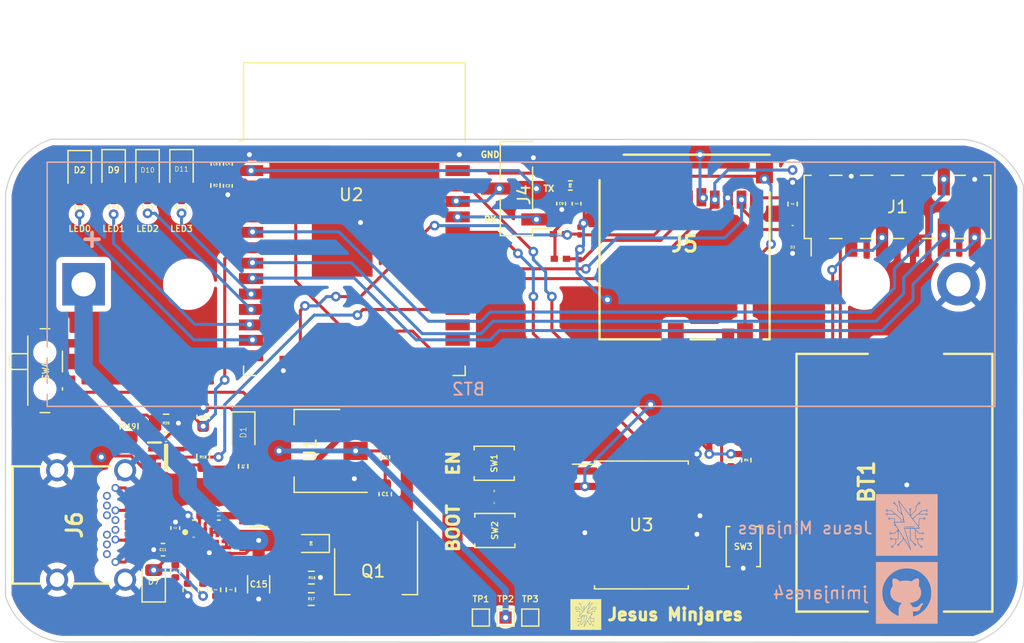
<source format=kicad_pcb>
(kicad_pcb (version 20211014) (generator pcbnew)
  (layers (0 "F.Cu" signal) (31 "B.Cu" signal) (34 "B.Paste" user) (35 "F.Paste" user) (36 "B.SilkS" user "B.Silkscreen") (37 "F.SilkS" user "F.Silkscreen") (38 "B.Mask" user) (39 "F.Mask" user) (44 "Edge.Cuts" user))
  (net 0 "")
  (net 1 "GND")
  (net 4 "VBUS")
  (net 19 "Net-(C2-Pad1)")
  (net 20 "+BATT")
  (net 21 "/SD_CS")
  (net 22 "/SD_MOSI")
  (net 23 "/SD_CLK")
  (net 24 "/SD_MISO")
  (net 25 "/BAT_ADC")
  (net 26 "Net-(Q2-Pad2)")
  (net 27 "Net-(Q2-Pad6)")
  (net 28 "Net-(Q1-Pad2)")
  (net 29 "Net-(IC1-Pad7)")
  (net 30 "/REGN")
  (net 31 "Net-(IC1-Pad4)")
  (net 32 "Net-(D7-Pad1)")
  (net 33 "Net-(IC1-Pad3)")
  (net 34 "VCC")
  (net 35 "Net-(J5-PadP8)")
  (net 36 "Net-(J5-PadP1)")
  (net 37 "Net-(IC1-Pad9)")
  (net 38 "/LED_1")
  (net 39 "Net-(D9-Pad2)")
  (net 40 "/LED_2")
  (net 41 "Net-(D10-Pad2)")
  (net 42 "/LED_3")
  (net 43 "Net-(D11-Pad2)")
  (net 44 "/SCL")
  (net 45 "/SDA")
  (net 46 "/LED_0")
  (net 47 "Net-(D2-Pad2)")
  (net 48 "/EN")
  (net 49 "Net-(D1-Pad2)")
  (net 52 "/A2")
  (net 53 "/A0")
  (net 54 "/A1")
  (net 63 "/IO0")
  (net 66 "/BAT_ADC_EN")
  (net 69 "/RX")
  (net 70 "/TX")
  (net 71 "Net-(D8-Pad1)")
  (net 74 "Net-(SW3-Pad2)")
  (net 75 "Net-(BT1-Pad1)")
  (net 76 "Net-(J5-PadMP1)")
  (net 77 "/BAT")
  (net 78 "Net-(C14-Pad1)")
  (net 79 "Net-(C14-Pad2)")
  (net 80 "Net-(C13-Pad1)")
  (net 81 "Net-(C7-Pad1)")
  (net 82 "Net-(C6-Pad1)")
  (footprint "Resistor_SMD:R_0603_1608Metric" (layer "F.Cu") (at 134.62 82.55 90)
    (fp_text reference "R18")
    (fp_text value "100k")
  )
  (footprint "TVS Diode:TPD1E10B06DPYR" (layer "F.Cu") (at 183.134 65.278 90)
    (fp_text reference "D3")
    (fp_text value "D_TVS" hide)
  )
  (footprint "Capacitor_SMD:C_0603_1608Metric" (layer "F.Cu") (at 134.62 79.248 90)
    (fp_text reference "C16")
    (fp_text value "10u")
  )
  (footprint "Resistor_SMD:R_0402_1005Metric" (layer "F.Cu") (at 137.922 83.31 90)
    (fp_text reference "R1")
    (fp_text value "330")
  )
  (footprint "Package_TO_SOT_SMD:SOT-223-3_TabPin2" (layer "F.Cu") (at 144.018 82.042 180)
    (fp_text reference "U1")
    (fp_text value "AMS1117-3.3")
  )
  (footprint "Resistor_SMD:R_0201_0603Metric" (layer "F.Cu") (at 183.134 63.5 -90)
    (fp_text reference "R6")
    (fp_text value "10k")
  )
  (footprint "TVS Diode:TPD1E10B06DPYR" (layer "F.Cu") (at 164.022 66.228)
    (fp_text reference "D5")
    (fp_text value "D_TVS" hide)
  )
  (footprint "Capacitor_SMD:C_0201_0603Metric" (layer "F.Cu") (at 158.574 85.344 180)
    (fp_text reference "C6")
    (fp_text value "0.1u")
  )
  (footprint "Button_Switch_SMD:SW_SPDT_PCM12" (layer "F.Cu") (at 121.92 75.438 -90)
    (fp_text reference "SW4")
    (fp_text value "SW_SPDT")
  )
  (footprint "LED_SMD:LED_0805_2012Metric" (layer "F.Cu") (at 130.048 58.928 -90)
    (fp_text reference "D10")
    (fp_text value "LED")
  )
  (footprint "Resistor_SMD:R_0402_1005Metric" (layer "F.Cu") (at 127.254 61.976 90)
    (fp_text reference "R21")
    (fp_text value "330")
  )
  (footprint "Resistor_SMD:R_0402_1005Metric" (layer "F.Cu") (at 132.33 91.948 90)
    (fp_text reference "R11")
    (fp_text value "1k")
  )
  (footprint "TestPoint:TestPoint_Pad_1.0x1.0mm" (layer "F.Cu") (at 157.48 95.758 90)
    (fp_text reference "TP1")
    (fp_text value "TP_Vbat")
  )
  (footprint "jminjares4  logo:jminjares4_small" (layer "F.Cu") (at 166.116 95.504)
    (fp_text reference "G***")
    (fp_text value "LOGO" hide)
  )
  (footprint "Connector_PinHeader_2.54mm:PinHeader_2x06_P2.54mm_Vertical_SMD" (layer "F.Cu") (at 191.77 61.961 90)
    (fp_text reference "J1")
    (fp_text value "Conn_01x12_Male")
  )
  (footprint "Button_Switch_SMD:SW_SPST_B3U-1000P" (layer "F.Cu") (at 158.629 88.591)
    (fp_text reference "SW2")
    (fp_text value "SW_Push")
  )
  (footprint "TVS Diode:TPD1E10B06DPYR" (layer "F.Cu") (at 183.134 59.374 90)
    (fp_text reference "D4")
    (fp_text value "D_TVS" hide)
  )
  (footprint "Resistor_SMD:R_0402_1005Metric" (layer "F.Cu") (at 133.346 93.474 -90)
    (fp_text reference "R12")
    (fp_text value "23.2k")
  )
  (footprint "Capacitor_SMD:C_0402_1005Metric" (layer "F.Cu") (at 164.084 61.694 -90)
    (fp_text reference "C9")
    (fp_text value "10u")
  )
  (footprint "Resistor_SMD:R_0402_1005Metric" (layer "F.Cu") (at 179.324 82.804 90)
    (fp_text reference "R4")
    (fp_text value "10k")
  )
  (footprint "Resistor_SMD:R_0402_1005Metric" (layer "F.Cu") (at 135.6815 93.472 -90)
    (fp_text reference "R13")
    (fp_text value "10k")
  )
  (footprint "USB-Type-C:USB405530A" (layer "F.Cu") (at 123.952 88.138 -90)
    (fp_text reference "J6")
    (fp_text value "USB4055-30-A" hide)
  )
  (footprint "Capacitor_SMD:C_0402_1005Metric" (layer "F.Cu") (at 175.796 82.296 180)
    (fp_text reference "C8")
    (fp_text value "1u")
  )
  (footprint "TestPoint:TestPoint_Pad_1.0x1.0mm" (layer "F.Cu") (at 159.512 95.758 90)
    (fp_text reference "TP2")
    (fp_text value "TP3_3V")
  )
  (footprint "Capacitor_SMD:C_0402_1005Metric" (layer "F.Cu") (at 135.636 58.42 90)
    (fp_text reference "C5")
    (fp_text value "0.1u")
  )
  (footprint "Resistor_SMD:R_0201_0603Metric" (layer "F.Cu") (at 165.608 65.974 -90)
    (fp_text reference "R7")
    (fp_text value "10k")
  )
  (footprint "Resistor_SMD:R_0402_1005Metric" (layer "F.Cu") (at 132.842 61.976 90)
    (fp_text reference "R23")
    (fp_text value "330")
  )
  (footprint "Micro-SD Card:MEM20510019500A" (layer "F.Cu") (at 174.244 65.024 180)
    (fp_text reference "J5")
    (fp_text value "MEM2051-00-195-00-A" hide)
  )
  (footprint "Resistor_SMD:R_0402_1005Metric" (layer "F.Cu") (at 164.846 60.198)
    (fp_text reference "R8")
    (fp_text value "10k")
  )
  (footprint "Resistor_SMD:R_0402_1005Metric" (layer "F.Cu") (at 136.902 93.472 -90)
    (fp_text reference "R15")
    (fp_text value "51k")
  )
  (footprint "CR2032 Battery Holder:3034" (layer "F.Cu") (at 192.456 84.6625 90)
    (fp_text reference "BT1")
    (fp_text value "Battery_Cell" hide)
  )
  (footprint "Capacitor_SMD:C_0603_1608Metric" (layer "F.Cu") (at 131.314 90.17)
    (fp_text reference "C11")
    (fp_text value "2.2u")
  )
  (footprint "Button_Switch_SMD:SW_SPST_B3U-1000P" (layer "F.Cu") (at 179.07 89.916 90)
    (fp_text reference "SW3")
    (fp_text value "SW_Push")
  )
  (footprint "RF_Module:ESP32-WROOM-32" (layer "F.Cu") (at 147.066 65.956)
    (fp_text reference "U2")
    (fp_text value "ESP32-WROOM-32")
  )
  (footprint "Capacitor_SMD:C_0402_1005Metric" (layer "F.Cu") (at 149.606 82.55 -90)
    (fp_text reference "C2")
    (fp_text value "22u")
  )
  (footprint "Resistor_SMD:R_0402_1005Metric" (layer "F.Cu") (at 124.46 62.0565 90)
    (fp_text reference "R3")
    (fp_text value "330")
  )
  (footprint "NTJD1155LT2G:SOT65P210X110-6N" (layer "F.Cu") (at 131.572 82.55)
    (fp_text reference "Q2")
    (fp_text value "NTJD1155LT2G" hide)
  )
  (footprint "Capacitor_SMD:C_0402_1005Metric" (layer "F.Cu") (at 136.652 58.42 90)
    (fp_text reference "C4")
    (fp_text value "22u")
  )
  (footprint "Capacitor_SMD:C_0201_0603Metric" (layer "F.Cu") (at 158.587 86.305)
    (fp_text reference "C7")
    (fp_text value "0.1u")
  )
  (footprint "TVS Diode:TPD1E10B06DPYR" (layer "F.Cu") (at 163.947 64.196)
    (fp_text reference "D6")
    (fp_text value "D_TVS" hide)
  )
  (footprint "Resistor_SMD:R_0805_2012Metric" (layer "F.Cu") (at 131.572 79.756)
    (fp_text reference "R20")
    (fp_text value "10k")
  )
  (footprint "LED_SMD:LED_0805_2012Metric" (layer "F.Cu") (at 127.254 58.928 -90)
    (fp_text reference "D9")
    (fp_text value "LED")
  )
  (footprint "Package_TO_SOT_SMD:SOT-223-3_TabPin2" (layer "F.Cu") (at 148.85375 91.962 -90)
    (fp_text reference "Q1")
    (fp_text value "Q_PMOS_DGS")
  )
  (footprint "LED_SMD:LED_0805_2012Metric" (layer "F.Cu") (at 130.552 92.7885 90)
    (fp_text reference "D7")
    (fp_text value "LED")
  )
  (footprint "Resistor_SMD:R_0603_1608Metric" (layer "F.Cu") (at 143.52375 92.47)
    (fp_text reference "R16")
    (fp_text value "1k")
  )
  (footprint "Battery Charger:QFN50P300X300X80-17N-D" (layer "F.Cu") (at 135.04 90.233)
    (fp_text reference "IC1")
    (fp_text value "BQ25303JRTER" hide)
  )
  (footprint "LED_SMD:LED_0805_2012Metric" (layer "F.Cu") (at 124.46 59.0065 -90)
    (fp_text reference "D2")
    (fp_text value "LED")
  )
  (footprint "Resistor_SMD:R_0805_2012Metric" (layer "F.Cu") (at 128.524 80.01 90)
    (fp_text reference "R19")
    (fp_text value "100k")
  )
  (footprint "LED_SMD:LED_0805_2012Metric" (layer "F.Cu") (at 132.842 58.928 -90)
    (fp_text reference "D11")
    (fp_text value "LED")
  )
  (footprint "Capacitor_SMD:C_0402_1005Metric" (layer "F.Cu") (at 165.354 61.694 -90)
    (fp_text reference "C10")
    (fp_text value "0.1u")
  )
  (footprint "Resistor_SMD:R_0402_1005Metric" (layer "F.Cu") (at 130.048 61.976 90)
    (fp_text reference "R22")
    (fp_text value "330")
  )
  (footprint "Capacitor_SMD:C_1206_3216Metric" (layer "F.Cu") (at 139.188 93.015 -90)
    (fp_text reference "C15")
    (fp_text value "10u")
  )
  (footprint "Button_Switch_SMD:SW_SPST_B3U-1000P" (layer "F.Cu") (at 158.574 83.058 180)
    (fp_text reference "SW1")
    (fp_text value "SW_Push")
  )
  (footprint "Resistor_SMD:R_0402_1005Metric" (layer "F.Cu") (at 183.134 61.722 90)
    (fp_text reference "R10")
    (fp_text value "10k")
  )
  (footprint "Resistor_SMD:R_0402_1005Metric" (layer "F.Cu") (at 134.616 93.472 -90)
    (fp_text reference "R14")
    (fp_text value "10k")
  )
  (footprint "Resistor_SMD:R_0402_1005Metric" (layer "F.Cu") (at 178.054 82.804 -90)
    (fp_text reference "R5")
    (fp_text value "10k")
  )
  (footprint "Connector_PinHeader_2.54mm:PinHeader_1x03_P2.54mm_Vertical_SMD_Pin1Left" (layer "F.Cu") (at 160.405 60.452 180)
    (fp_text reference "J4")
    (fp_text value "Conn_01x03_Male")
  )
  (footprint "Diode_SMD:D_0603_1608Metric" (layer "F.Cu") (at 143.52375 89.662 180)
    (fp_text reference "D8")
    (fp_text value "D_Schottky")
  )
  (footprint "Capacitor_SMD:C_0402_1005Metric" (layer "F.Cu") (at 133.854 87.376 180)
    (fp_text reference "C13")
    (fp_text value "10u")
  )
  (footprint "1uH Inductor SMD:INDC3030X200N" (layer "F.Cu") (at 139.188 88.31 -90)
    (fp_text reference "L1")
    (fp_text value "1u" hide)
  )
  (footprint "LED_SMD:LED_0805_2012Metric" (layer "F.Cu") (at 137.922 80.518 -90)
    (fp_text reference "D1")
    (fp_text value "LED")
  )
  (footprint "TestPoint:TestPoint_Pad_1.0x1.0mm" (layer "F.Cu") (at 161.544 95.758 90)
    (fp_text reference "TP3")
    (fp_text value "TP_GND")
  )
  (footprint "Resistor_SMD:R_0603_1608Metric" (layer "F.Cu") (at 143.52375 94.234)
    (fp_text reference "R17")
    (fp_text value "10k")
  )
  (footprint "Package_SO:SOIC-16W_7.5x10.3mm_P1.27mm" (layer "F.Cu") (at 170.688 88.138)
    (fp_text reference "U3")
    (fp_text value "DS3231M")
  )
  (footprint "Capacitor_SMD:C_0402_1005Metric" (layer "F.Cu") (at 136.652 60.226 -90)
    (fp_text reference "C3")
    (fp_text value "0.1u")
  )
  (footprint "Capacitor_SMD:C_0603_1608Metric" (layer "F.Cu") (at 149.606 85.598 90)
    (fp_text reference "C1")
    (fp_text value "22u")
  )
  (footprint "Capacitor_SMD:C_0402_1005Metric" (layer "F.Cu") (at 132.33 88.392 -90)
    (fp_text reference "C12")
    (fp_text value "2.2u")
  )
  (footprint "Capacitor_SMD:C_0402_1005Metric" (layer "F.Cu") (at 135.914 87.376)
    (fp_text reference "C14")
    (fp_text value "47n")
  )
  (footprint "Resistor_SMD:R_0201_0603Metric" (layer "F.Cu") (at 165.608 63.942 -90)
    (fp_text reference "R9")
    (fp_text value "10k")
  )
  (footprint "Resistor_SMD:R_0402_1005Metric" (layer "F.Cu") (at 135.636 60.198 90)
    (fp_text reference "R2")
    (fp_text value "10k")
  )
  (footprint "Battery:BatteryHolder_MPD_BH-18650-PC2" (layer "B.Cu") (at 124.782 68.326)
    (fp_text reference "BT2")
    (fp_text value "Battery")
  )
  (footprint "Github:github_small" (layer "B.Cu") (at 192.532 93.726 180)
    (fp_text reference "G***")
    (fp_text value "LOGO" hide)
  )
  (footprint "jminjares4  logo:jminjares4_tiny" (layer "B.Cu") (at 192.532 88.138 180)
    (fp_text reference "G***")
    (fp_text value "LOGO" hide)
  )
  (gr_arc (start 202.154087 92.794963) (mid 200.860981 95.8836) (end 198.108266 97.79) (layer "Edge.Cuts") (width 0.1))
  (gr_line (start 197.322963 56.416016) (end 122.140692 56.388) (layer "Edge.Cuts") (width 0.1))
  (gr_line (start 198.108266 97.79) (end 122.925995 97.761984) (layer "Edge.Cuts") (width 0.1))
  (gr_line (start 118.354163 93.98) (end 118.358708 60.959832) (layer "Edge.Cuts") (width 0.1))
  (gr_arc (start 197.322963 56.416016) (mid 200.252699 57.637531) (end 202.128718 60.198) (layer "Edge.Cuts") (width 0.1))
  (gr_line (start 202.154087 92.794963) (end 202.128718 60.198) (layer "Edge.Cuts") (width 0.1))
  (gr_arc (start 122.925995 97.761984) (mid 120.076881 96.551811) (end 118.354163 93.98) (layer "Edge.Cuts") (width 0.1))
  (gr_arc (start 118.358708 60.959832) (mid 119.568881 58.110718) (end 122.140692 56.388) (layer "Edge.Cuts") (width 0.1))
  (gr_text "Jesus Minjares" (at 184.15 88.392) (layer "B.SilkS") (effects (font (size 1 1)) (justify mirror)))
  (gr_text "jminjares4" (at 185.42 93.726) (layer "B.SilkS") (effects (font (size 1 1)) (justify mirror)))
  (gr_text "+" (at 125.476 64.516) (layer "B.SilkS") (effects (font (size 1.5 1.5) (thickness 0.3))))
  (gr_text "EN\n" (at 155.194 83.058 90) (layer "F.SilkS") (effects (font (size 1 1) (thickness 0.25))))
  (gr_text "LED3" (at 132.842 63.754) (layer "F.SilkS") (effects (font (size 0.5 0.5) (thickness 0.1))))
  (gr_text "Jesus Minjares" (at 173.482 95.504) (layer "F.SilkS") (effects (font (size 1 1) (thickness 0.25))))
  (gr_text "BOOT" (at 155.194 88.392 90) (layer "F.SilkS") (effects (font (size 1 1) (thickness 0.25))))
  (gr_text "RX" (at 158.242 62.992) (layer "F.SilkS") (effects (font (size 0.5 0.5) (thickness 0.125))))
  (gr_text "LED1" (at 127.254 63.754) (layer "F.SilkS") (effects (font (size 0.5 0.5) (thickness 0.1))))
  (gr_text "LED0" (at 124.46 63.754) (layer "F.SilkS") (effects (font (size 0.5 0.5) (thickness 0.1))))
  (gr_text "LED2\n" (at 130.048 63.754) (layer "F.SilkS") (effects (font (size 0.5 0.5) (thickness 0.1))))
  (gr_text "TX" (at 163.068 60.452) (layer "F.SilkS") (effects (font (size 0.5 0.5) (thickness 0.125))))
  (gr_text "GND" (at 158.242 57.658) (layer "F.SilkS") (effects (font (size 0.5 0.5) (thickness 0.125))))
  (segment (start 127.402 85.088) (end 128.212 85.088) (width 0.25) (layer "F.Cu") (net 1))
  (segment (start 132.346 87.896) (end 132.33 87.912) (width 0.25) (layer "F.Cu") (net 1))
  (segment (start 134.79 90.762) (end 135.128 90.424) (width 0.25) (layer "F.Cu") (net 1))
  (segment (start 132.7635 58.069) (end 132.842 57.9905) (width 0.25) (layer "F.Cu") (net 1))
  (segment (start 135.6815 93.982) (end 138.68 93.982) (width 0.25) (layer "F.Cu") (net 1))
  (segment (start 132.866 87.376) (end 132.346 87.896) (width 0.25) (layer "F.Cu") (net 1))
  (segment (start 136.652 57.744) (end 136.695 57.701) (width 0.25) (layer "F.Cu") (net 1))
  (segment (start 166.038 92.583) (end 166.038 88.773) (width 0.25) (layer "F.Cu") (net 1))
  (segment (start 133.374 87.376) (end 132.866 87.376) (width 0.25) (layer "F.Cu") (net 1))
  (segment (start 124.46 58.069) (end 132.7635 58.069) (width 0.25) (layer "F.Cu") (net 1))
  (segment (start 136.652 57.94) (end 136.652 57.744) (width 0.25) (layer "F.Cu") (net 1))
  (segment (start 132.32307 87.912) (end 132.33 87.912) (width 0.25) (layer "F.Cu") (net 1))
  (segment (start 132.4845 80.0375) (end 132.4845 79.756) (width 0.25) (layer "F.Cu") (net 1))
  (segment (start 163.576 66.174) (end 163.576 63.903022) (width 0.25) (layer "F.Cu") (net 1))
  (segment (start 138.566 57.701) (end 136.695 57.701) (width 0.25) (layer "F.Cu") (net 1))
  (segment (start 147.066 84.328) (end 149.111 84.328) (width 0.25) (layer "F.Cu") (net 1))
  (segment (start 135.29 89.983) (end 135.04 90.233) (width 0.25) (layer "F.Cu") (net 1))
  (segment (start 136.695 57.701) (end 135.875 57.701) (width 0.25) (layer "F.Cu") (net 1))
  (segment (start 135.875 57.701) (end 135.636 57.94) (width 0.25) (layer "F.Cu") (net 1))
  (segment (start 164.084 62.23) (end 164.14 62.174) (width 0.25) (layer "F.Cu") (net 1))
  (segment (start 130.622 81.9) (end 132.4845 80.0375) (width 0.25) (layer "F.Cu") (net 1))
  (segment (start 149.111 84.328) (end 149.606 84.823) (width 0.25) (layer "F.Cu") (net 1))
  (segment (start 163.522 66.228) (end 163.576 66.174) (width 0.25) (layer "F.Cu") (net 1))
  (segment (start 164.14 62.174) (end 165.354 62.174) (width 0.25) (layer "F.Cu") (net 1))
  (segment (start 132.8925 57.94) (end 132.842 57.9905) (width 0.25) (layer "F.Cu") (net 1))
  (segment (start 138.68 93.982) (end 139.188 94.49) (width 0.25) (layer "F.Cu") (net 1))
  (segment (start 136.54 89.983) (end 135.29 89.983) (width 0.25) (layer "F.Cu") (net 1))
  (segment (start 134.62 78.473) (end 134.633 78.473) (width 0.25) (layer "F.Cu") (net 1))
  (segment (start 128.212 91.188) (end 128.512 90.888) (width 0.25) (layer "F.Cu") (net 1))
  (segment (start 149.606 83.03) (end 149.606 84.823) (width 0.25) (layer "F.Cu") (net 1))
  (segment (start 161.544 95.758) (end 162.863 95.758) (width 0.25) (layer "F.Cu") (net 1))
  (segment (start 127.402 91.188) (end 128.212 91.188) (width 0.25) (layer "F.Cu") (net 1))
  (segment (start 134.633 78.473) (end 136.8145 78.473) (width 0.25) (layer "F.Cu") (net 1))
  (segment (start 164.084 63.395022) (end 164.084 62.23) (width 0.25) (layer "F.Cu") (net 1))
  (segment (start 136.8145 78.473) (end 137.922 79.5805) (width 0.25) (layer "F.Cu") (net 1))
  (segment (start 128.212 85.088) (end 128.512 85.388) (width 0.25) (layer "F.Cu") (net 1))
  (segment (start 136.54 89.483) (end 136.54 89.983) (width 0.25) (layer "F.Cu") (net 1))
  (segment (start 163.576 63.903022) (end 164.084 63.395022) (width 0.25) (layer "F.Cu") (net 1))
  (segment (start 128.071 92.638) (end 130.539 90.17) (width 0.25) (layer "F.Cu") (net 1))
  (segment (start 162.863 95.758) (end 166.038 92.583) (width 0.25) (layer "F.Cu") (net 1))
  (segment (start 134.79 91.733) (end 134.79 90.762) (width 0.25) (layer "F.Cu") (net 1))
  (segment (start 135.636 57.94) (end 132.8925 57.94) (width 0.25) (layer "F.Cu") (net 1))
  (segment (start 164.084 62.174) (end 164.14 62.174) (width 0.25) (layer "F.Cu") (net 1))
  (segment (start 175.338 92.583) (end 175.338 88.773) (width 0.25) (layer "F.Cu") (net 1))
  (via (at 133.374 87.376) (size 0.8) (drill 0.4) (layers "F.Cu" "B.Cu") (net 1))
  (via (at 177.8 61.214) (size 0.8) (drill 0.4) (layers "F.Cu" "B.Cu") (net 1))
  (via (at 183.134 65.786) (size 0.8) (drill 0.4) (layers "F.Cu" "B.Cu") (net 1))
  (via (at 132.346 87.896) (size 0.8) (drill 0.4) (layers "F.Cu" "B.Cu") (net 1))
  (via (at 141.224 75.438) (size 0.8) (drill 0.4) (layers "F.Cu" "B.Cu") (net 1))
  (via (at 198.12 59.69) (size 0.8) (drill 0.4) (layers "F.Cu" "B.Cu") (net 1))
  (via (at 136.652 60.96) (size 0.8) (drill 0.4) (layers "F.Cu" "B.Cu") (net 1))
  (via (at 187.96 59.436) (size 0.8) (drill 0.4) (layers "F.Cu" "B.Cu") (net 1))
  (via (at 135.128 90.424) (size 0.8) (drill 0.4) (layers "F.Cu" "B.Cu") (net 1))
  (via (at 147.066 84.328) (size 0.8) (drill 0.4) (layers "F.Cu" "B.Cu") (net 1))
  (via (at 130.556 90.17) (size 0.8) (drill 0.4) (layers "F.Cu" "B.Cu") (net 1))
  (via (at 132.588 79.756) (size 0.8) (drill 0.4) (layers "F.Cu" "B.Cu") (net 1))
  (via (at 175.26 82.296) (size 0.8) (drill 0.4) (layers "F.Cu" "B.Cu") (net 1))
  (via (at 175.514 87.376) (size 0.8) (drill 0.4) (layers "F.Cu" "B.Cu") (net 1))
  (via (at 192.532 84.836) (size 0.8) (drill 0.4) (layers "F.Cu" "B.Cu") (net 1))
  (via (at 134.633 78.473) (size 0.8) (drill 0.4) (layers "F.Cu" "B.Cu") (net 1))
  (via (at 175.26 88.9) (size 0.8) (drill 0.4) (layers "F.Cu" "B.Cu") (net 1))
  (via (at 183.134 59.944) (size 0.8) (drill 0.4) (layers "F.Cu" "B.Cu") (net 1))
  (via (at 147.574 63.246) (size 0.8) (drill 0.4) (layers "F.Cu" "B.Cu") (net 1))
  (via (at 139.192 94.234) (size 0.8) (drill 0.4) (layers "F.Cu" "B.Cu") (net 1))
  (via (at 155.702 57.658) (size 0.8) (drill 0.4) (layers "F.Cu" "B.Cu") (net 1))
  (via (at 161.798 57.912) (size 0.8) (drill 0.4) (layers "F.Cu" "B.Cu") (net 1))
  (via (at 144.272 92.456) (size 0.8) (drill 0.4) (layers "F.Cu" "B.Cu") (net 1))
  (via (at 164.14 62.174) (size 0.8) (drill 0.4) (layers "F.Cu" "B.Cu") (net 1))
  (via (at 138.43 57.658) (size 0.8) (drill 0.4) (layers "F.Cu" "B.Cu") (net 1))
  (via (at 133.35 93.98) (size 0.8) (drill 0.4) (layers "F.Cu" "B.Cu") (net 1))
  (via (at 179.07 91.694) (size 0.8) (drill 0.4) (layers "F.Cu" "B.Cu") (net 1))
  (via (at 166.038 88.773) (size 0.8) (drill 0.4) (layers "F.Cu" "B.Cu") (net 1))
  (segment (start 161.544 57.658) (end 161.798 57.912) (width 0.25) (layer "B.Cu") (net 1))
  (segment (start 175.26 82.296) (end 173.482 84.074) (width 0.25) (layer "B.Cu") (net 1))
  (segment (start 173.99 87.376) (end 175.514 87.376) (width 0.25) (layer "B.Cu") (net 1))
  (segment (start 136.652 59.648193) (end 138.43 57.870193) (width 0.25) (layer "B.Cu") (net 1))
  (segment (start 138.43 57.870193) (end 138.43 57.658) (width 0.25) (layer "B.Cu") (net 1))
  (segment (start 132.346 87.896) (end 130.556 89.686) (width 0.25) (layer "B.Cu") (net 1))
  (segment (start 130.556 89.686) (end 130.556 90.17) (width 0.25) (layer "B.Cu") (net 1))
  (segment (start 155.702 57.658) (end 161.544 57.658) (width 0.25) (layer "B.Cu") (net 1))
  (segment (start 173.482 84.074) (end 173.482 86.868) (width 0.25) (layer "B.Cu") (net 1))
  (segment (start 173.482 86.868) (end 173.99 87.376) (width 0.25) (layer "B.Cu") (net 1))
  (segment (start 136.652 60.96) (end 136.652 59.648193) (width 0.25) (layer "B.Cu") (net 1))
  (segment (start 129.794 83.562191) (end 129.794 86.336) (width 0.25) (layer "F.Cu") (net 4))
  (segment (start 131.814 89.388) (end 132.33 88.872) (width 0.25) (layer "F.Cu") (net 4))
  (segment (start 132.929 88.872) (end 133.54 89.483) (width 0.25) (layer "F.Cu") (net 4))
  (segment (start 129.794 86.336) (end 130.346 86.888) (width 0.25) (layer "F.Cu") (net 4))
  (segment (start 128.512 86.888) (end 130.346 86.888) (width 0.25) (layer "F.Cu") (net 4))
  (segment (start 126.238 82.55) (end 126.492 82.55) (width 0.25) (layer "F.Cu") (net 4))
  (segment (start 127.402 86.938) (end 128.462 86.938) (width 0.25) (layer "F.Cu") (net 4))
  (segment (start 129.384011 83.148394) (end 129.384011 83.152202) (width 0.25) (layer "F.Cu") (net 4))
  (segment (start 126.492 82.55) (end 126.586011 82.455989) (width 0.25) (layer "F.Cu") (net 4))
  (segment (start 128.512 89.388) (end 127.452 89.388) (width 0.25) (layer "F.Cu") (net 4))
  (segment (start 128.691606 82.455989) (end 129.384011 83.148394) (width 0.25) (layer "F.Cu") (net 4))
  (segment (start 129.384011 83.152202) (end 129.794 83.562191) (width 0.25) (layer "F.Cu") (net 4))
  (segment (start 126.586011 82.455989) (end 128.691606 82.455989) (width 0.25) (layer "F.Cu") (net 4))
  (segment (start 128.462 86.938) (end 128.512 86.888) (width 0.25) (layer "F.Cu") (net 4))
  (segment (start 130.346 86.888) (end 132.33 88.872) (width 0.25) (layer "F.Cu") (net 4))
  (segment (start 127.452 89.388) (end 127.402 89.338) (width 0.25) (layer "F.Cu") (net 4))
  (segment (start 128.512 89.388) (end 131.814 89.388) (width 0.25) (layer "F.Cu") (net 4))
  (segment (start 132.33 88.872) (end 132.929 88.872) (width 0.25) (layer "F.Cu") (net 4))
  (segment (start 142.69875 94.234) (end 142.69875 92.47) (width 0.25) (layer "F.Cu") (net 4))
  (via (at 126.238 82.55) (size 0.8) (drill 0.4) (layers "F.Cu" "B.Cu") (net 4))
  (segment (start 137.922 77.216) (end 140.868 80.162) (width 0.25) (layer "F.Cu") (net 19))
  (segment (start 124.378 77.216) (end 137.922 77.216) (width 0.25) (layer "F.Cu") (net 19))
  (segment (start 123.35 76.188) (end 124.378 77.216) (width 0.25) (layer "F.Cu") (net 19))
  (segment (start 149.578 82.042) (end 149.606 82.07) (width 0.25) (layer "F.Cu") (net 19))
  (segment (start 147.168 82.042) (end 149.578 82.042) (width 0.25) (layer "F.Cu") (net 19))
  (segment (start 140.868 80.162) (end 140.868 82.042) (width 0.25) (layer "F.Cu") (net 19))
  (via (at 159.512 95.758) (size 0.8) (drill 0.4) (layers "F.Cu" "B.Cu") (net 19))
  (via (at 140.868 82.042) (size 0.8) (drill 0.4) (layers "F.Cu" "B.Cu") (net 19))
  (via (at 147.168 82.042) (size 0.8) (drill 0.4) (layers "F.Cu" "B.Cu") (net 19))
  (segment (start 148.082 82.042) (end 159.512 93.472) (width 0.5) (layer "B.Cu") (net 19))
  (segment (start 159.512 93.472) (end 159.512 95.758) (width 0.5) (layer "B.Cu") (net 19))
  (segment (start 147.168 82.042) (end 148.082 82.042) (width 0.5) (layer "B.Cu") (net 19))
  (segment (start 147.168 82.042) (end 140.868 82.042) (width 0.4) (layer "B.Cu") (net 19))
  (segment (start 137.477 83.375) (end 134.62 83.375) (width 0.25) (layer "F.Cu") (net 20))
  (segment (start 138.684 84.582) (end 137.922 83.82) (width 0.5) (layer "F.Cu") (net 20))
  (segment (start 155.194 95.758) (end 157.48 95.758) (width 1) (layer "F.Cu") (net 20))
  (segment (start 142.24 84.582) (end 147.08 79.742) (width 0.5) (layer "F.Cu") (net 20))
  (segment (start 132.522 83.2) (end 134.445 83.2) (width 0.25) (layer "F.Cu") (net 20))
  (segment (start 151.15375 91.71775) (end 155.194 95.758) (width 1) (layer "F.Cu") (net 20))
  (segment (start 151.384 88.58175) (end 151.15375 88.812) (width 1) (layer "F.Cu") (net 20))
  (segment (start 151.15375 88.812) (end 151.15375 91.71775) (width 1) (layer "F.Cu") (net 20))
  (segment (start 151.384 85.852) (end 151.384 88.58175) (width 1) (layer "F.Cu") (net 20))
  (segment (start 149.846 79.742) (end 151.384 81.28) (width 1) (layer "F.Cu") (net 20))
  (segment (start 138.684 84.582) (end 142.24 84.582) (width 0.5) (layer "F.Cu") (net 20))
  (segment (start 137.922 83.82) (end 137.477 83.375) (width 0.25) (layer "F.Cu") (net 20))
  (segment (start 149.606 86.373) (end 150.863 86.373) (width 1) (layer "F.Cu") (net 20))
  (segment (start 147.168 79.742) (end 149.846 79.742) (width 1) (layer "F.Cu") (net 20))
  (segment (start 134.445 83.2) (end 134.62 83.375) (width 0.25) (layer "F.Cu") (net 20))
  (segment (start 150.863 86.373) (end 151.384 85.852) (width 1) (layer "F.Cu") (net 20))
  (segment (start 151.384 81.28) (end 151.384 85.852) (width 1) (layer "F.Cu") (net 20))
  (segment (start 147.08 79.742) (end 147.168 79.742) (width 0.5) (layer "F.Cu") (net 20))
  (segment (start 165.542 64.196) (end 165.608 64.262) (width 0.25) (layer "F.Cu") (net 21))
  (segment (start 164.447 64.196) (end 165.542 64.196) (width 0.25) (layer "F.Cu") (net 21))
  (segment (start 165.608 64.262) (end 171.746 64.262) (width 0.25) (layer "F.Cu") (net 21))
  (segment (start 142.621 75.211) (end 142.621 70.485) (width 0.25) (layer "F.Cu") (net 21))
  (segment (start 173.429 62.579) (end 173.429 61.763) (width 0.25) (layer "F.Cu") (net 21))
  (segment (start 145.542 69.342) (end 147.574022 69.342) (width 0.25) (layer "F.Cu") (net 21))
  (segment (start 153.416022 63.5) (end 153.67 63.5) (width 0.25) (layer "F.Cu") (net 21))
  (segment (start 171.746 64.262) (end 173.429 62.579) (width 0.25) (layer "F.Cu") (net 21))
  (segment (start 147.574022 69.342) (end 153.416022 63.5) (width 0.25) (layer "F.Cu") (net 21))
  (segment (start 142.621 70.485) (end 143.002 70.104) (width 0.25) (layer "F.Cu") (net 21))
  (via (at 145.542 69.342) (size 0.8) (drill 0.4) (layers "F.Cu" "B.Cu") (net 21))
  (via (at 164.592 64.262) (size 0.8) (drill 0.4) (layers "F.Cu" "B.Cu") (net 21))
  (via (at 143.002 70.104) (size 0.8) (drill 0.4) (layers "F.Cu" "B.Cu") (net 21))
  (via (at 153.67 63.5) (size 0.8) (drill 0.4) (layers "F.Cu" "B.Cu") (net 21))
  (segment (start 144.018 70.104) (end 144.78 69.342) (width 0.25) (layer "B.Cu") (net 21))
  (segment (start 159.512 63.5) (end 160.274 64.262) (width 0.25) (layer "B.Cu") (net 21))
  (segment (start 143.002 70.104) (end 144.018 70.104) (width 0.25) (layer "B.Cu") (net 21))
  (segment (start 144.78 69.342) (end 145.542 69.342) (width 0.25) (layer "B.Cu") (net 21))
  (segment (start 160.274 64.262) (end 164.338 64.262) (width 0.25) (layer "B.Cu") (net 21))
  (segment (start 164.338 64.262) (end 164.447 64.153) (width 0.25) (layer "B.Cu") (net 21))
  (segment (start 153.67 63.5) (end 159.512 63.5) (width 0.25) (layer "B.Cu") (net 21))
  (segment (start 158.173495 59.182) (end 166.116 59.182) (width 0.25) (layer "F.Cu") (net 22))
  (segment (start 174.529 61.245) (end 174.529 61.363) (width 0.25) (layer "F.Cu") (net 22))
  (segment (start 166.116 59.182) (end 166.624 59.69) (width 0.25) (layer "F.Cu") (net 22))
  (segment (start 166.624 59.69) (end 172.974 59.69) (width 0.25) (layer "F.Cu") (net 22))
  (segment (start 155.566 58.971) (end 157.962495 58.971) (width 0.25) (layer "F.Cu") (net 22))
  (segment (start 165.608 66.294) (end 165.862 66.294) (width 0.25) (layer "F.Cu") (net 22))
  (segment (start 165.542 66.228) (end 165.608 66.294) (width 0.25) (layer "F.Cu") (net 22))
  (segment (start 165.862 66.294) (end 167.44448 64.71152) (width 0.25) (layer "F.Cu") (net 22))
  (segment (start 172.279502 64.71152) (end 174.529 62.462022) (width 0.25) (layer "F.Cu") (net 22))
  (segment (start 172.974 59.69) (end 174.529 61.245) (width 0.25) (layer "F.Cu") (net 22))
  (segment (start 174.529 62.462022) (end 174.529 61.363) (width 0.25) (layer "F.Cu") (net 22))
  (segment (start 164.522 66.228) (end 165.542 66.228) (width 0.25) (layer "F.Cu") (net 22))
  (segment (start 157.962495 58.971) (end 158.173495 59.182) (width 0.25) (layer "F.Cu") (net 22))
  (segment (start 167.44448 64.71152) (end 172.279502 64.71152) (width 0.25) (layer "F.Cu") (net 22))
  (segment (start 176.729 61.762022) (end 170.630022 67.861) (width 0.25) (layer "F.Cu") (net 23))
  (segment (start 176.729 61.363) (end 176.729 61.762022) (width 0.25) (layer "F.Cu") (net 23))
  (segment (start 170.630022 67.861) (end 155.566 67.861) (width 0.25) (layer "F.Cu") (net 23))
  (via (at 176.729 61.363) (size 0.8) (drill 0.4) (layers "F.Cu" "B.Cu") (net 23))
  (via (at 183.134 58.928) (size 0.8) (drill 0.4) (layers "F.Cu" "B.Cu") (net 23))
  (segment (start 176.729 59.999) (end 176.729 61.363) (width 0.25) (layer "B.Cu") (net 23))
  (segment (start 183.134 58.928) (end 177.8 58.928) (width 0.25) (layer "B.Cu") (net 23))
  (segment (start 177.8 58.928) (end 176.729 59.999) (width 0.25) (layer "B.Cu") (net 23))
  (segment (start 155.566 66.591) (end 155.82352 66.84852) (width 0.25) (layer "F.Cu") (net 24))
  (segment (start 155.659 66.591) (end 156.816 66.591) (width 0.25) (layer "F.Cu") (net 24))
  (segment (start 183.134 63.82) (end 180.673489 63.82) (width 0.25) (layer "F.Cu") (net 24))
  (segment (start 183.134 64.778) (end 183.134 63.82) (width 0.25) (layer "F.Cu") (net 24))
  (segment (start 178.929 62.075511) (end 178.929 61.363) (width 0.25) (layer "F.Cu") (net 24))
  (segment (start 180.673489 63.82) (end 178.929 62.075511) (width 0.25) (layer "F.Cu") (net 24))
  (segment (start 156.816 66.591) (end 157.281 67.056) (width 0.25) (layer "F.Cu") (net 24))
  (segment (start 157.281 67.056) (end 166.116 67.056) (width 0.25) (layer "F.Cu") (net 24))
  (segment (start 155.566 66.591) (end 155.659 66.591) (width 0.25) (layer "F.Cu") (net 24))
  (via (at 166.116 67.056) (size 0.8) (drill 0.4) (layers "F.Cu" "B.Cu") (net 24))
  (via (at 178.929 61.363) (size 0.8) (drill 0.4) (layers "F.Cu" "B.Cu") (net 24))
  (segment (start 178.929 63.133) (end 178.929 61.363) (width 0.25) (layer "B.Cu") (net 24))
  (segment (start 166.116 67.056) (end 168.656 64.516) (width 0.25) (layer "B.Cu") (net 24))
  (segment (start 177.546 64.516) (end 178.929 63.133) (width 0.25) (layer "B.Cu") (net 24))
  (segment (start 168.656 64.516) (end 177.546 64.516) (width 0.25) (layer "B.Cu") (net 24))
  (segment (start 130.6595 79.6525) (end 130.6595 79.756) (width 0.25) (layer "F.Cu") (net 25))
  (segment (start 136.398 66.239) (end 136.398 76.2) (width 0.25) (layer "F.Cu") (net 25))
  (segment (start 131.58052 78.73148) (end 130.6595 79.6525) (width 0.25) (layer "F.Cu") (net 25))
  (segment (start 134.62 80.023) (end 133.32848 78.73148) (width 0.25) (layer "F.Cu") (net 25))
  (segment (start 133.32848 78.73148) (end 131.58052 78.73148) (width 0.25) (layer "F.Cu") (net 25))
  (segment (start 130.001 79.0975) (end 130.6595 79.756) (width 0.25) (layer "F.Cu") (net 25))
  (segment (start 138.566 65.321) (end 137.316 65.321) (width 0.25) (layer "F.Cu") (net 25))
  (segment (start 137.316 65.321) (end 136.398 66.239) (width 0.25) (layer "F.Cu") (net 25))
  (segment (start 128.524 79.0975) (end 130.001 79.0975) (width 0.25) (layer "F.Cu") (net 25))
  (via (at 134.62 80.01) (size 0.8) (drill 0.4) (layers "F.Cu" "B.Cu") (net 25))
  (via (at 136.398 76.2) (size 0.8) (drill 0.4) (layers "F.Cu" "B.Cu") (net 25))
  (segment (start 135.636 76.962) (end 135.636 78.994) (width 0.25) (layer "B.Cu") (net 25))
  (segment (start 136.398 76.2) (end 135.636 76.962) (width 0.25) (layer "B.Cu") (net 25))
  (segment (start 135.636 78.994) (end 134.62 80.01) (width 0.25) (layer "B.Cu") (net 25))
  (segment (start 128.524 80.9225) (end 128.524 81.227) (width 0.25) (layer "F.Cu") (net 26))
  (segment (start 130.622 83.2) (end 130.622 82.55) (width 0.25) (layer "F.Cu") (net 26))
  (segment (start 129.847 82.55) (end 130.622 82.55) (width 0.25) (layer "F.Cu") (net 26))
  (segment (start 128.524 81.227) (end 129.847 82.55) (width 0.25) (layer "F.Cu") (net 26))
  (segment (start 132.522 81.9) (end 134.445 81.9) (width 0.25) (layer "F.Cu") (net 27))
  (segment (start 134.445 81.9) (end 134.62 81.725) (width 0.25) (layer "F.Cu") (net 27))
  (segment (start 145.22675 95.112) (end 148.85375 95.112) (width 0.25) (layer "F.Cu") (net 28))
  (segment (start 144.34875 94.234) (end 145.22675 95.112) (width 0.25) (layer "F.Cu") (net 28))
  (segment (start 148.85375 88.812) (end 148.85375 95.112) (width 0.25) (layer "F.Cu") (net 28))
  (segment (start 135.6815 92.9395) (end 135.6815 92.962) (width 0.25) (layer "F.Cu") (net 29))
  (segment (start 135.6815 92.962) (end 134.616 92.962) (width 0.25) (layer "F.Cu") (net 29))
  (segment (start 135.29 92.548) (end 135.29 91.733) (width 0.25) (layer "F.Cu") (net 29))
  (segment (start 135.29 92.548) (end 135.6815 92.9395) (width 0.25) (layer "F.Cu") (net 29))
  (segment (start 132.089 90.17) (end 131.572 90.17) (width 0.25) (layer "F.Cu") (net 30))
  (segment (start 133.54 89.983) (end 132.276 89.983) (width 0.25) (layer "F.Cu") (net 30))
  (segment (start 132.276 89.983) (end 132.089 90.17) (width 0.25) (layer "F.Cu") (net 30))
  (segment (start 130.653 91.851) (end 130.552 91.851) (width 0.25) (layer "F.Cu") (net 30))
  (segment (start 134.616 93.982) (end 134.616 93.984) (width 0.25) (layer "F.Cu") (net 30))
  (segment (start 131.318 90.424) (end 131.318 91.186) (width 0.25) (layer "F.Cu") (net 30))
  (segment (start 131.572 90.17) (end 131.318 90.424) (width 0.25) (layer "F.Cu") (net 30))
  (segment (start 131.318 91.186) (end 130.653 91.851) (width 0.25) (layer "F.Cu") (net 30))
  (via (at 130.552 91.851) (size 0.8) (drill 0.4) (layers "F.Cu" "B.Cu") (net 30))
  (via (at 134.616 93.982) (size 0.8) (drill 0.4) (layers "F.Cu" "B.Cu") (net 30))
  (segment (start 134.616 93.982) (end 132.485 91.851) (width 0.25) (layer "B.Cu") (net 30))
  (segment (start 132.485 91.851) (end 130.552 91.851) (width 0.25) (layer "B.Cu") (net 30))
  (segment (start 133.346 92.964) (end 133.346 91.177) (width 0.25) (layer "F.Cu") (net 31))
  (segment (start 133.346 91.177) (end 133.54 90.983) (width 0.25) (layer "F.Cu") (net 31))
  (segment (start 132.33 92.714) (end 131.318 93.726) (width 0.25) (layer "F.Cu") (net 32))
  (segment (start 132.33 92.458) (end 132.33 92.714) (width 0.25) (layer "F.Cu") (net 32))
  (segment (start 131.318 93.726) (end 130.552 93.726) (width 0.25) (layer "F.Cu") (net 32))
  (segment (start 132.33 91.438) (end 132.33 91.181138) (width 0.25) (layer "F.Cu") (net 33))
  (segment (start 133.028138 90.483) (end 133.54 90.483) (width 0.25) (layer "F.Cu") (net 33))
  (segment (start 132.33 91.181138) (end 133.028138 90.483) (width 0.25) (layer "F.Cu") (net 33))
  (segment (start 193.294 60.965) (end 193.294 63.505) (width 0.25) (layer "F.Cu") (net 34))
  (segment (start 164.846 61.214) (end 164.084 61.214) (width 0.25) (layer "F.Cu") (net 34))
  (segment (start 178.052 82.296) (end 178.054 82.294) (width 0.25) (layer "F.Cu") (net 34))
  (segment (start 164.336 60.962) (end 164.084 61.214) (width 0.25) (layer "F.Cu") (net 34))
  (segment (start 165.36093 61.214) (end 165.98852 61.84159) (width 0.25) (layer "F.Cu") (net 34))
  (segment (start 178.054 82.294) (end 179.324 82.294) (width 0.25) (layer "F.Cu") (net 34))
  (segment (start 167.894 69.596) (end 167.894 74.676) (width 0.25) (layer "F.Cu") (net 34))
  (segment (start 183.134 63.18) (end 183.134 62.232) (width 0.25) (layer "F.Cu") (net 34))
  (segment (start 135.707 58.971) (end 138.566 58.971) (width 0.25) (layer "F.Cu") (net 34))
  (segment (start 165.923 63.307) (end 165.608 63.622) (width 0.25) (layer "F.Cu") (net 34))
  (segment (start 135.636 59.688) (end 135.636 58.9) (width 0.25) (layer "F.Cu") (net 34))
  (segment (start 184.407 63.505) (end 185.674 63.505) (width 0.25) (layer "F.Cu") (net 34))
  (segment (start 172.466 78.232) (end 171.45 78.232) (width 0.25) (layer "F.Cu") (net 34))
  (segment (start 183.134 62.232) (end 184.407 63.505) (width 0.25) (layer "F.Cu") (net 34))
  (segment (start 176.276 82.296) (end 176.276 82.042) (width 0.25) (layer "F.Cu") (net 34))
  (segment (start 165.98852 61.84159) (end 165.98852 63.24148) (width 0.25) (layer "F.Cu") (net 34))
  (segment (start 165.354 61.214) (end 164.846 61.214) (width 0.25) (layer "F.Cu") (net 34))
  (segment (start 164.336 60.198) (end 164.336 60.454) (width 0.25) (layer "F.Cu") (net 34))
  (segment (start 164.336 60.454) (end 164.336 60.962) (width 0.25) (layer "F.Cu") (net 34))
  (segment (start 176.276 82.042) (end 172.466 78.232) (width 0.25) (layer "F.Cu") (net 34))
  (segment (start 165.98852 63.24148) (end 165.923 63.307) (width 0.25) (layer "F.Cu") (net 34))
  (segment (start 135.636 58.9) (end 135.707 58.971) (width 0.25) (layer "F.Cu") (net 34))
  (segment (start 167.894 74.676) (end 171.45 78.232) (width 0.25) (layer "F.Cu") (net 34))
  (segment (start 165.354 61.214) (end 165.36093 61.214) (width 0.25) (layer "F.Cu") (net 34))
  (via (at 162.052 60.454) (size 0.8) (drill 0.4) (layers "F.Cu" "B.Cu") (net 34))
  (via (at 178.054 82.294) (size 0.8) (drill 0.4) (layers "F.Cu" "B.Cu") (net 34))
  (via (at 165.923 63.307) (size 0.8) (drill 0.4) (layers "F.Cu" "B.Cu") (net 34))
  (via (at 167.894 69.596) (size 0.8) (drill 0.4) (layers "F.Cu" "B.Cu") (net 34))
  (via (at 175.514 57.658) (size 0.8) (drill 0.4) (layers "F.Cu" "B.Cu") (net 34))
  (via (at 165.62476 65.4645) (size 0.8) (drill 0.4) (layers "F.Cu" "B.Cu") (net 34))
  (via (at 138.566 58.971) (size 0.8) (drill 0.4) (layers "F.Cu" "B.Cu") (net 34))
  (via (at 171.45 78.232) (size 0.8) (drill 0.4) (layers "F.Cu" "B.Cu") (net 34))
  (via (at 176.276 82.296) (size 0.8) (drill 0.4) (layers "F.Cu" "B.Cu") (net 34))
  (via (at 166.038 84.963) (size 0.8) (drill 0.4) (layers "F.Cu" "B.Cu") (net 34))
  (via (at 175.768 61.214) (size 0.8) (drill 0.4) (layers "F.Cu" "B.Cu") (net 34))
  (segment (start 178.054 82.294) (end 176.278 82.294) (width 0.25) (layer "B.Cu") (net 34))
  (segment (start 176.278 82.294) (end 176.276 82.296) (width 0.25) (layer "B.Cu") (net 34))
  (segment (start 162.052 60.454) (end 160.569 58.971) (width 0.25) (layer "B.Cu") (net 34))
  (segment (start 165.391489 65.697771) (end 165.391489 67.356103) (width 0.25) (layer "B.Cu") (net 34))
  (segment (start 165.62476 65.4645) (end 165.391489 65.697771) (width 0.25) (layer "B.Cu") (net 34))
  (segment (start 175.514 60.96) (end 175.514 57.658) (width 0.25) (layer "B.Cu") (net 34))
  (segment (start 171.45 78.232) (end 166.038 83.644) (width 0.25) (layer "B.Cu") (net 34))
  (segment (start 171.45 78.486) (end 171.45 78.232) (width 0.25) (layer "B.Cu") (net 34))
  (segment (start 160.569 58.971) (end 138.566 58.971) (width 0.25) (layer "B.Cu") (net 34))
  (segment (start 165.923 65.16626) (end 165.62476 65.4645) (width 0.25) (layer "B.Cu") (net 34))
  (segment (start 138.609 58.928) (end 138.566 58.971) (width 0.25) (layer "B.Cu") (net 34))
  (segment (start 165.923 63.307) (end 165.923 65.16626) (width 0.25) (layer "B.Cu") (net 34))
  (segment (start 165.391489 67.356103) (end 167.631386 69.596) (width 0.25) (layer "B.Cu") (net 34))
  (segment (start 167.631386 69.596) (end 167.894 69.596) (width 0.25) (layer "B.Cu") (net 34))
  (segment (start 166.038 83.644) (end 166.038 84.963) (width 0.25) (layer "B.Cu") (net 34))
  (segment (start 175.768 61.214) (end 175.514 60.96) (width 0.25) (layer "B.Cu") (net 34))
  (segment (start 180.029 61.271) (end 180.029 61.363) (width 0.25) (layer "F.Cu") (net 35))
  (segment (start 183.134 61.212) (end 180.088 61.212) (width 0.25) (layer "F.Cu") (net 35))
  (segment (start 180.088 61.212) (end 180.029 61.271) (width 0.25) (layer "F.Cu") (net 35))
  (segment (start 172.329 61.331) (end 172.329 61.363) (width 0.25) (layer "F.Cu") (net 36))
  (segment (start 165.356 60.198) (end 171.196 60.198) (width 0.25) (layer "F.Cu") (net 36))
  (segment (start 171.196 60.198) (end 172.329 61.331) (width 0.25) (layer "F.Cu") (net 36))
  (segment (start 136.54 92.6) (end 136.902 92.962) (width 0.25) (layer "F.Cu") (net 37))
  (segment (start 136.54 90.983) (end 136.54 92.6) (width 0.25) (layer "F.Cu") (net 37))
  (via (at 138.43 71.628) (size 0.8) (drill 0.4) (layers "F.Cu" "B.Cu") (net 38))
  (via (at 127.254 62.5665) (size 0.8) (drill 0.4) (layers "F.Cu" "B.Cu") (net 38))
  (segment (start 127.254 64.945395) (end 127.254 62.5665) (width 0.25) (layer "B.Cu") (net 38))
  (segment (start 133.936605 71.628) (end 127.254 64.945395) (width 0.25) (layer "B.Cu") (net 38))
  (segment (start 138.43 71.628) (end 133.936605 71.628) (width 0.25) (layer "B.Cu") (net 38))
  (segment (start 127.254 59.946) (end 127.254 61.5465) (width 0.25) (layer "F.Cu") (net 39))
  (segment (start 138.566 70.401) (end 137.736978 70.401) (width 0.25) (layer "F.Cu") (net 40))
  (via (at 130.048 62.486) (size 0.8) (drill 0.4) (layers "F.Cu" "B.Cu") (net 40))
  (via (at 138.566 70.401) (size 0.8) (drill 0.4) (layers "F.Cu" "B.Cu") (net 40))
  (segment (start 130.651 62.486) (end 130.048 62.486) (width 0.25) (layer "B.Cu") (net 40))
  (segment (start 138.566 70.401) (end 130.651 62.486) (width 0.25) (layer "B.Cu") (net 40))
  (segment (start 130.048 59.8655) (end 130.048 61.466) (width 0.25) (layer "F.Cu") (net 41))
  (segment (start 137.736978 69.131) (end 138.566 69.131) (width 0.25) (layer "F.Cu") (net 42))
  (via (at 138.566 69.131) (size 0.8) (drill 0.4) (layers "F.Cu" "B.Cu") (net 42))
  (via (at 132.842 62.486) (size 0.8) (drill 0.4) (layers "F.Cu" "B.Cu") (net 42))
  (segment (start 132.842 63.407) (end 132.842 62.486) (width 0.25) (layer "B.Cu") (net 42))
  (segment (start 138.566 69.131) (end 132.842 63.407) (width 0.25) (layer "B.Cu") (net 42))
  (segment (start 132.842 59.8655) (end 132.842 61.466) (width 0.25) (layer "F.Cu") (net 43))
  (segment (start 161.798 65.786) (end 161.798 65.643978) (width 0.25) (layer "F.Cu") (net 44))
  (segment (start 163.322 72.136) (end 174.879 83.693) (width 0.25) (layer "F.Cu") (net 44))
  (segment (start 155.566 60.241) (end 156.395022 60.241) (width 0.25) (layer "F.Cu") (net 44))
  (segment (start 180.086 80.01) (end 178.816 80.01) (width 0.25) (layer "F.Cu") (net 44))
  (segment (start 178.054 83.314) (end 177.544 83.314) (width 0.25) (layer "F.Cu") (net 44))
  (segment (start 174.879 83.693) (end 175.338 83.693) (width 0.25) (layer "F.Cu") (net 44))
  (segment (start 190.754 60.965) (end 190.754 63.505) (width 0.25) (layer "F.Cu") (net 44))
  (segment (start 178.816 80.01) (end 177.292 81.534) (width 0.25) (layer "F.Cu") (net 44))
  (segment (start 177.544 83.314) (end 177.165 83.693) (width 0.25) (layer "F.Cu") (net 44))
  (segment (start 177.292 83.566) (end 177.165 83.693) (width 0.25) (layer "F.Cu") (net 44))
  (segment (start 177.292 81.534) (end 177.292 83.566) (width 0.25) (layer "F.Cu") (net 44))
  (segment (start 175.338 83.693) (end 177.165 83.693) (width 0.25) (layer "F.Cu") (net 44))
  (segment (start 186.436 73.66) (end 180.086 80.01) (width 0.25) (layer "F.Cu") (net 44))
  (segment (start 186.436 67.187474) (end 186.436 73.66) (width 0.25) (layer "F.Cu") (net 44))
  (segment (start 156.395022 60.241) (end 161.798 65.643978) (width 0.25) (layer "F.Cu") (net 44))
  (segment (start 186.387979 67.139453) (end 186.436 67.187474) (width 0.25) (layer "F.Cu") (net 44))
  (segment (start 163.322 69.342) (end 163.322 72.136) (width 0.25) (layer "F.Cu") (net 44))
  (via (at 163.322 69.342) (size 0.8) (drill 0.4) (layers "F.Cu" "B.Cu") (net 44))
  (via (at 190.5 64.486) (size 0.8) (drill 0.4) (layers "F.Cu" "B.Cu") (net 44))
  (via (at 161.798 65.643978) (size 0.8) (drill 0.4) (layers "F.Cu" "B.Cu") (net 44))
  (via (at 186.387979 67.139453) (size 0.8) (drill 0.4) (layers "F.Cu" "B.Cu") (net 44))
  (segment (start 186.387979 67.139453) (end 187.995432 65.532) (width 0.25) (layer "B.Cu") (net 44))
  (segment (start 190.5 64.77) (end 190.5 64.486) (width 0.25) (layer "B.Cu") (net 44))
  (segment (start 162.814 68.834) (end 163.322 69.342) (width 0.25) (layer "B.Cu") (net 44))
  (segment (start 161.798 65.643978) (end 161.798 66.294) (width 0.25) (layer "B.Cu") (net 44))
  (segment (start 161.798 66.294) (end 162.814 67.31) (width 0.25) (layer "B.Cu") (net 44))
  (segment (start 162.814 67.31) (end 162.814 68.834) (width 0.25) (layer "B.Cu") (net 44))
  (segment (start 187.995432 65.532) (end 189.738 65.532) (width 0.25) (layer "B.Cu") (net 44))
  (segment (start 189.738 65.532) (end 190.5 64.77) (width 0.25) (layer "B.Cu") (net 44))
  (segment (start 175.338 84.963) (end 174.371 84.963) (width 0.25) (layer "F.Cu") (net 45))
  (segment (start 174.371 84.963) (end 161.798 72.39) (width 0.25) (layer "F.Cu") (net 45))
  (segment (start 161.798 72.39) (end 161.798 69.342) (width 0.25) (layer "F.Cu") (net 45))
  (segment (start 177.675 84.963) (end 175.338 84.963) (width 0.25) (layer "F.Cu") (net 45))
  (segment (start 158.793 64.051) (end 160.528 65.786) (width 0.25) (layer "F.Cu") (net 45))
  (segment (start 179.324 83.314) (end 177.675 84.963) (width 0.25) (layer "F.Cu") (net 45))
  (segment (start 187.062479 73.795521) (end 180.594 80.264) (width 0.25) (layer "F.Cu") (net 45))
  (segment (start 180.594 80.264) (end 180.594 82.044) (width 0.25) (layer "F.Cu") (net 45))
  (segment (start 187.062479 64.656521) (end 187.062479 73.795521) (width 0.25) (layer "F.Cu") (net 45))
  (segment (start 180.594 82.044) (end 179.324 83.314) (width 0.25) (layer "F.Cu") (net 45))
  (segment (start 185.674 60.965) (end 188.214 63.505) (width 0.25) (layer "F.Cu") (net 45))
  (segment (start 188.214 63.505) (end 187.062479 64.656521) (width 0.25) (layer "F.Cu") (net 45))
  (segment (start 155.566 64.051) (end 158.793 64.051) (width 0.25) (layer "F.Cu") (net 45))
  (via (at 161.798 69.342) (size 0.8) (drill 0.4) (layers "F.Cu" "B.Cu") (net 45))
  (via (at 160.528 65.786) (size 0.8) (drill 0.4) (layers "F.Cu" "B.Cu") (net 45))
  (segment (start 161.798 67.056) (end 161.798 69.342) (width 0.25) (layer "B.Cu") (net 45))
  (segment (start 160.528 65.786) (end 161.798 67.056) (width 0.25) (layer "B.Cu") (net 45))
  (via (at 124.46 62.5665) (size 0.8) (drill 0.4) (layers "F.Cu" "B.Cu") (net 46))
  (via (at 138.684 72.898) (size 0.8) (drill 0.4) (layers "F.Cu" "B.Cu") (net 46))
  (segment (start 124.46 63.5) (end 124.46 62.5665) (width 0.25) (layer "B.Cu") (net 46))
  (segment (start 133.858 72.898) (end 124.46 63.5) (width 0.25) (layer "B.Cu") (net 46))
  (segment (start 138.684 72.898) (end 133.858 72.898) (width 0.25) (layer "B.Cu") (net 46))
  (segment (start 124.46 59.944) (end 124.46 61.5465) (width 0.25) (layer "F.Cu") (net 47))
  (segment (start 153.924 80.264) (end 156.718 83.058) (width 0.25) (layer "F.Cu") (net 48))
  (segment (start 139.816 60.241) (end 142.24 62.665) (width 0.25) (layer "F.Cu") (net 48))
  (segment (start 136.598 59.746) (end 136.652 59.746) (width 0.25) (layer "F.Cu") (net 48))
  (segment (start 151.848511 72.179489) (end 153.924 74.254978) (width 0.25) (layer "F.Cu") (net 48))
  (segment (start 156.718 83.058) (end 156.874 83.058) (width 0.25) (layer "F.Cu") (net 48))
  (segment (start 135.636 60.708) (end 136.598 59.746) (width 0.25) (layer "F.Cu") (net 48))
  (segment (start 138.566 60.241) (end 139.816 60.241) (width 0.25) (layer "F.Cu") (net 48))
  (segment (start 142.24 62.665) (end 142.24 68.072) (width 0.25) (layer "F.Cu") (net 48))
  (segment (start 158.254 84.438) (end 156.874 83.058) (width 0.25) (layer "F.Cu") (net 48))
  (segment (start 138.566 60.241) (end 138.071 59.746) (width 0.25) (layer "F.Cu") (net 48))
  (segment (start 146.347489 72.179489) (end 151.848511 72.179489) (width 0.25) (layer "F.Cu") (net 48))
  (segment (start 142.24 68.072) (end 146.347489 72.179489) (width 0.25) (layer "F.Cu") (net 48))
  (segment (start 153.924 74.254978) (end 153.924 80.264) (width 0.25) (layer "F.Cu") (net 48))
  (segment (start 158.254 85.344) (end 158.254 84.438) (width 0.25) (layer "F.Cu") (net 48))
  (segment (start 138.071 59.746) (end 136.652 59.746) (width 0.25) (layer "F.Cu") (net 48))
  (segment (start 137.922 81.4555) (end 137.922 82.8) (width 0.25) (layer "F.Cu") (net 49))
  (via (at 195.58 59.69) (size 0.8) (drill 0.4) (layers "F.Cu" "B.Cu") (net 52))
  (via (at 138.684 64.008) (size 0.8) (drill 0.4) (layers "F.Cu" "B.Cu") (net 52))
  (segment (start 194.564 64.008) (end 194.564 61.976) (width 0.25) (layer "B.Cu") (net 52))
  (segment (start 138.684 64.008) (end 145.796 64.008) (width 0.25) (layer "B.Cu") (net 52))
  (segment (start 145.796 64.008) (end 153.162 71.374) (width 0.25) (layer "B.Cu") (net 52))
  (segment (start 191.516 68.639395) (end 191.516 67.056) (width 0.25) (layer "B.Cu") (net 52))
  (segment (start 194.564 61.976) (end 195.58 60.96) (width 0.25) (layer "B.Cu") (net 52))
  (segment (start 153.162 71.374) (end 157.48 71.374) (width 0.25) (layer "B.Cu") (net 52))
  (segment (start 195.58 60.96) (end 195.58 59.69) (width 0.25) (layer "B.Cu") (net 52))
  (segment (start 158.242 70.612) (end 189.543395 70.612) (width 0.25) (layer "B.Cu") (net 52))
  (segment (start 189.543395 70.612) (end 191.516 68.639395) (width 0.25) (layer "B.Cu") (net 52))
  (segment (start 191.516 67.056) (end 194.564 64.008) (width 0.25) (layer "B.Cu") (net 52))
  (segment (start 157.48 71.374) (end 158.242 70.612) (width 0.25) (layer "B.Cu") (net 52))
  (segment (start 195.834 63.505) (end 195.702718 63.505) (width 0.25) (layer "F.Cu") (net 53))
  (via (at 195.58 64.262) (size 0.8) (drill 0.4) (layers "F.Cu" "B.Cu") (net 53))
  (via (at 138.684 66.548) (size 0.8) (drill 0.4) (layers "F.Cu" "B.Cu") (net 53))
  (segment (start 146.812 66.548) (end 152.654 72.39) (width 0.25) (layer "B.Cu") (net 53))
  (segment (start 152.654 72.39) (end 157.48 72.39) (width 0.25) (layer "B.Cu") (net 53))
  (segment (start 192.278 67.760994) (end 195.58 64.458994) (width 0.25) (layer "B.Cu") (net 53))
  (segment (start 157.48 72.39) (end 158.496 71.374) (width 0.25) (layer "B.Cu") (net 53))
  (segment (start 192.278 69.088) (end 192.278 67.760994) (width 0.25) (layer "B.Cu") (net 53))
  (segment (start 138.684 66.548) (end 146.812 66.548) (width 0.25) (layer "B.Cu") (net 53))
  (segment (start 189.992 71.374) (end 192.278 69.088) (width 0.25) (layer "B.Cu") (net 53))
  (segment (start 158.496 71.374) (end 189.992 71.374) (width 0.25) (layer "B.Cu") (net 53))
  (segment (start 195.58 64.458994) (end 195.58 64.262) (width 0.25) (layer "B.Cu") (net 53))
  (via (at 198.12 64.486) (size 0.8) (drill 0.4) (layers "F.Cu" "B.Cu") (net 54))
  (via (at 138.684 67.818) (size 0.8) (drill 0.4) (layers "F.Cu" "B.Cu") (net 54))
  (segment (start 193.04 69.596) (end 193.04 68.326) (width 0.25) (layer "B.Cu") (net 54))
  (segment (start 197.358 65.532) (end 198.12 64.77) (width 0.25) (layer "B.Cu") (net 54))
  (segment (start 138.684 67.818) (end 147.066 67.818) (width 0.25) (layer "B.Cu") (net 54))
  (segment (start 158.242 72.898) (end 159.004 72.136) (width 0.25) (layer "B.Cu") (net 54))
  (segment (start 147.066 67.818) (end 152.146 72.898) (width 0.25) (layer "B.Cu") (net 54))
  (segment (start 152.146 72.898) (end 158.242 72.898) (width 0.25) (layer "B.Cu") (net 54))
  (segment (start 193.04 68.326) (end 195.834 65.532) (width 0.25) (layer "B.Cu") (net 54))
  (segment (start 190.5 72.136) (end 193.04 69.596) (width 0.25) (layer "B.Cu") (net 54))
  (segment (start 198.12 64.77) (end 198.12 64.486) (width 0.25) (layer "B.Cu") (net 54))
  (segment (start 195.834 65.532) (end 197.358 65.532) (width 0.25) (layer "B.Cu") (net 54))
  (segment (start 159.004 72.136) (end 190.5 72.136) (width 0.25) (layer "B.Cu") (net 54))
  (segment (start 155.566 74.211) (end 155.745 74.211) (width 0.25) (layer "F.Cu") (net 63))
  (segment (start 158.907 87.169) (end 160.329 88.591) (width 0.25) (layer "F.Cu") (net 63))
  (segment (start 155.745 74.211) (end 161.798 80.264) (width 0.25) (layer "F.Cu") (net 63))
  (segment (start 161.798 80.264) (end 161.798 87.122) (width 0.25) (layer "F.Cu") (net 63))
  (segment (start 161.798 87.122) (end 160.329 88.591) (width 0.25) (layer "F.Cu") (net 63))
  (segment (start 158.907 86.305) (end 158.907 87.169) (width 0.25) (layer "F.Cu") (net 63))
  (segment (start 147.785 70.401) (end 147.32 70.866) (width 0.25) (layer "F.Cu") (net 66))
  (segment (start 135.89 82.55) (end 132.522 82.55) (width 0.25) (layer "F.Cu") (net 66))
  (segment (start 155.566 70.401) (end 147.785 70.401) (width 0.25) (layer "F.Cu") (net 66))
  (via (at 147.32 70.866) (size 0.8) (drill 0.4) (layers "F.Cu" "B.Cu") (net 66))
  (via (at 135.89 82.55) (size 0.8) (drill 0.4) (layers "F.Cu" "B.Cu") (net 66))
  (segment (start 143.764 70.866) (end 136.398 78.232) (width 0.25) (layer "B.Cu") (net 66))
  (segment (start 136.398 82.042) (end 135.89 82.55) (width 0.25) (layer "B.Cu") (net 66))
  (segment (start 136.398 78.232) (end 136.398 82.042) (width 0.25) (layer "B.Cu") (net 66))
  (segment (start 147.32 70.866) (end 143.764 70.866) (width 0.25) (layer "B.Cu") (net 66))
  (via (at 162.052 62.992) (size 0.8) (drill 0.4) (layers "F.Cu" "B.Cu") (net 69))
  (via (at 155.566 62.781) (size 0.8) (drill 0.4) (layers "F.Cu" "B.Cu") (net 69))
  (segment (start 155.609 62.738) (end 155.566 62.781) (width 0.25) (layer "B.Cu") (net 69))
  (segment (start 162.052 62.992) (end 161.841 62.781) (width 0.25) (layer "B.Cu") (net 69))
  (segment (start 161.841 62.781) (end 155.566 62.781) (width 0.25) (layer "B.Cu") (net 69))
  (via (at 159.004 60.452) (size 0.8) (drill 0.4) (layers "F.Cu" "B.Cu") (net 70))
  (via (at 155.448 61.468) (size 0.8) (drill 0.4) (layers "F.Cu" "B.Cu") (net 70))
  (segment (start 159.004 60.452) (end 157.988 61.468) (width 0.25) (layer "B.Cu") (net 70))
  (segment (start 157.988 61.468) (end 155.448 61.468) (width 0.25) (layer "B.Cu") (net 70))
  (segment (start 144.31125 89.662) (end 145.16125 88.812) (width 0.25) (layer "F.Cu") (net 71))
  (segment (start 145.16125 88.812) (end 146.55375 88.812) (width 0.25) (layer "F.Cu") (net 71))
  (segment (start 166.66252 88.12752) (end 178.98152 88.12752) (width 0.25) (layer "F.Cu") (net 74))
  (segment (start 166.038 87.503) (end 166.66252 88.12752) (width 0.25) (layer "F.Cu") (net 74))
  (segment (start 178.98152 88.12752) (end 179.07 88.216) (width 0.25) (layer "F.Cu") (net 74))
  (segment (start 187.452 85.09) (end 187.452 90.6435) (width 0.7) (layer "F.Cu") (net 75))
  (segment (start 187.452 90.6435) (end 192.456 95.6475) (width 0.7) (layer "F.Cu") (net 75))
  (segment (start 179.324 85.09) (end 179.832 85.09) (width 0.5) (layer "F.Cu") (net 75))
  (segment (start 187.452 78.994) (end 187.452 85.09) (width 0.7) (layer "F.Cu") (net 75))
  (segment (start 178.181 86.233) (end 179.324 85.09) (width 0.5) (layer "F.Cu") (net 75))
  (segment (start 192.456 73.99) (end 187.452 78.994) (width 0.7) (layer "F.Cu") (net 75))
  (segment (start 179.832 85.09) (end 187.452 85.09) (width 0.7) (layer "F.Cu") (net 75))
  (segment (start 175.338 86.233) (end 176.784 86.233) (width 0.25) (layer "F.Cu") (net 75))
  (segment (start 192.456 73.6775) (end 192.456 73.99) (width 0.25) (layer "F.Cu") (net 75))
  (segment (start 176.784 86.233) (end 178.181 86.233) (width 0.5) (layer "F.Cu") (net 75))
  (segment (start 168.69896 59.10396) (end 173.023678 59.10396) (width 0.25) (layer "F.Cu") (net 76))
  (segment (start 177.829 72.281) (end 177.887 72.223) (width 0.25) (layer "F.Cu") (net 76))
  (segment (start 167.669 58.074) (end 168.69896 59.10396) (width 0.25) (layer "F.Cu") (net 76))
  (segment (start 173.519 72.223) (end 177.887 72.223) (width 0.25) (layer "F.Cu") (net 76))
  (segment (start 173.023678 59.10396) (end 173.355718 59.436) (width 0.25) (layer "F.Cu") (net 76))
  (segment (start 173.355718 59.436) (end 180.457 59.436) (width 0.25) (layer "F.Cu") (net 76))
  (segment (start 177.829 72.449) (end 177.829 72.281) (width 0.25) (layer "F.Cu") (net 76))
  (segment (start 177.887 72.223) (end 179.219 72.223) (width 0.25) (layer "F.Cu") (net 76))
  (segment (start 179.219 67.161) (end 181.356 65.024) (width 0.25) (layer "F.Cu") (net 76))
  (segment (start 179.219 72.223) (end 179.219 67.161) (width 0.25) (layer "F.Cu") (net 76))
  (segment (start 180.457 59.436) (end 180.819 59.074) (width 0.25) (layer "F.Cu") (net 76))
  (via (at 181.356 65.024) (size 0.8) (drill 0.4) (layers "F.Cu" "B.Cu") (net 76))
  (via (at 180.819 59.6525) (size 0.8) (drill 0.4) (layers "F.Cu" "B.Cu") (net 76))
  (segment (start 181.356 65.024) (end 181.356 60.1895) (width 0.25) (layer "B.Cu") (net 76))
  (segment (start 181.356 60.1895) (end 180.819 59.6525) (width 0.25) (layer "B.Cu") (net 76))
  (segment (start 138.174 89.41) (end 137.981 89.603) (width 0.25) (layer "F.Cu") (net 77))
  (segment (start 139.20375 89.662) (end 142.73625 89.662) (width 0.5) (layer "F.Cu") (net 77))
  (segment (start 138.115 90.483) (end 139.188 89.41) (width 0.25) (layer "F.Cu") (net 77))
  (segment (start 139.188 89.41) (end 139.191 89.407) (width 0.5) (layer "F.Cu") (net 77))
  (segment (start 139.188 89.666) (end 139.188 89.41) (width 1) (layer "F.Cu") (net 77))
  (segment (start 139.188 89.41) (end 138.463 89.41) (width 0.25) (layer "F.Cu") (net 77))
  (segment (start 138.428 89.41) (end 139.188 89.41) (width 0.25) (layer "F.Cu") (net 77))
  (segment (start 139.188 91.54) (end 139.188 89.666) (width 1) (layer "F.Cu") (net 77))
  (segment (start 139.191 89.407) (end 139.698 88.9) (width 0.5) (layer "F.Cu") (net 77))
  (segment (start 139.188 89.41) (end 138.174 89.41) (width 0.25) (layer "F.Cu") (net 77))
  (segment (start 136.54 90.483) (end 138.115 90.483) (width 0.25) (layer "F.Cu") (net 77))
  (via (at 139.191 89.407) (size 1.6) (drill 0.4) (layers "F.Cu" "B.Cu") (net 77))
  (segment (start 133.35 85.344) (end 137.416 89.41) (width 1.5) (layer "B.Cu") (net 77))
  (segment (start 133.35 83.82) (end 133.35 85.344) (width 1.5) (layer "B.Cu") (net 77))
  (segment (start 139.188 89.41) (end 138.94 89.41) (width 0.25) (layer "B.Cu") (net 77))
  (segment (start 124.782 75.252) (end 133.35 83.82) (width 1.5) (layer "B.Cu") (net 77))
  (segment (start 137.416 89.41) (end 139.188 89.41) (width 1.5) (layer "B.Cu") (net 77))
  (segment (start 124.782 68.326) (end 124.782 75.252) (width 1.5) (layer "B.Cu") (net 77))
  (segment (start 134.79 88.02) (end 135.434 87.376) (width 0.25) (layer "F.Cu") (net 78))
  (segment (start 134.79 88.733) (end 134.79 88.02) (width 0.25) (layer "F.Cu") (net 78))
  (segment (start 136.394 87.376) (end 136.652 87.376) (width 0.25) (layer "F.Cu") (net 79))
  (segment (start 136.394 87.376) (end 136.394 88.129) (width 0.25) (layer "F.Cu") (net 79))
  (segment (start 139.022 87.376) (end 136.652 87.376) (width 0.6) (layer "F.Cu") (net 79))
  (segment (start 136.394 88.129) (end 135.79 88.733) (width 0.25) (layer "F.Cu") (net 79))
  (segment (start 135.79 88.733) (end 135.29 88.733) (width 0.25) (layer "F.Cu") (net 79))
  (segment (start 139.188 87.21) (end 139.022 87.376) (width 0.25) (layer "F.Cu") (net 79))
  (segment (start 134.334 87.376) (end 134.315489 87.394511) (width 0.25) (layer "F.Cu") (net 80))
  (segment (start 134.315489 87.394511) (end 134.315489 88.646) (width 0.25) (layer "F.Cu") (net 80))
  (segment (start 158.267 86.305) (end 158.267 87.253) (width 0.25) (layer "F.Cu") (net 81))
  (segment (start 158.267 87.253) (end 156.929 88.591) (width 0.25) (layer "F.Cu") (net 81))
  (segment (start 158.894 85.344) (end 158.894 84.438) (width 0.25) (layer "F.Cu") (net 82))
  (segment (start 158.894 84.438) (end 160.274 83.058) (width 0.25) (layer "F.Cu") (net 82))
  (zone (net 34) (net_name "VCC") (layer "F.Cu") (connect_pads (clearance 0.508)) (min_thickness 0.254) (fill yes (thermal_gap 0.508) (thermal_bridge_width 0.508))
    (polygon (pts (xy 197.358 56.388) (xy 199.644 57.15) (xy 201.932259 59.527879) (xy 201.93 73.38626) (xy 183.642 73.406) (xy 183.388 97.536) (xy 154.178 97.282) (xy 154.432 80.264) (xy 135.382 80.264) (xy 118.618056 80.267722) (xy 118.618 60.198) (xy 120.142 57.658) (xy 121.92 56.642) (xy 133.35 56.388) (xy 195.326 56.388)))
  )
  (zone (net 4) (net_name "VBUS") (layer "F.Cu") (connect_pads (clearance 0.508)) (min_thickness 0.254) (fill yes (thermal_gap 0.508) (thermal_bridge_width 0.508))
    (polygon (pts (xy 129.794 81.026) (xy 130.048 83.566) (xy 154.178 83.566) (xy 154.178 97.79) (xy 122.682 97.79) (xy 119.15844 96.09821) (xy 118.364 93.98) (xy 118.453922 92.943804) (xy 118.35732 81.005113)))
  )
  (zone (net 1) (net_name "GND") (layer "B.Cu") (connect_pads (clearance 0.508)) (min_thickness 0.254) (fill yes (thermal_gap 0.508) (thermal_bridge_width 0.508))
    (polygon (pts (xy 198.882 56.896) (xy 199.898 57.404) (xy 200.914 58.166) (xy 201.93 59.69) (xy 202.184 60.198) (xy 202.184 92.964) (xy 201.676 94.488) (xy 201.168 95.504) (xy 199.39 97.282) (xy 198.12 97.79) (xy 123.444 97.79) (xy 121.412 97.282) (xy 120.142 96.52) (xy 118.872 95.25) (xy 118.364 93.98) (xy 118.364 60.96) (xy 118.618 59.69) (xy 119.38 58.42) (xy 119.888 57.658) (xy 121.412 56.642) (xy 122.428 56.388) (xy 197.358 56.388)))
  )
)
</source>
